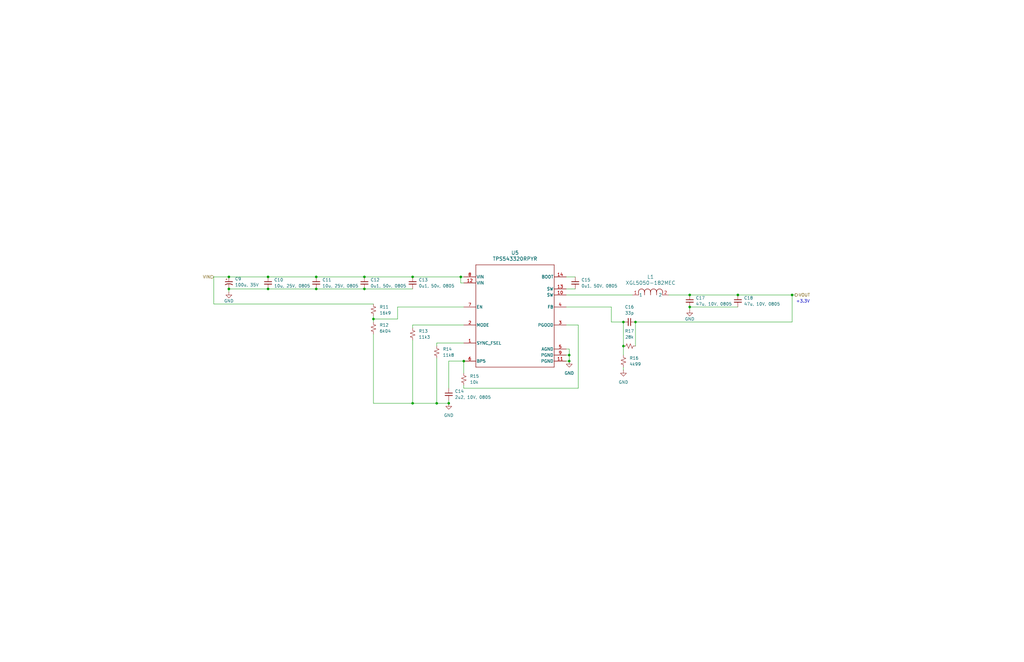
<source format=kicad_sch>
(kicad_sch (version 20250114) (generator "eeschema") (generator_version "9.0")
  (paper "USLedger")
  (title_block (title "HEDGE2 OBC") (date "2025-06-27") (rev "V0.8") (company "University of Virginia") (comment 1 "Department of Mechanical and Aerospace Engineering"))
  (lib_symbols
    (symbol "Device:C_Polarized_Small_US" (pin_numbers (hide yes)) (pin_names (offset 0.254) (hide yes))
      (property "Reference" "C" (at 0.254 1.778 0))
      (property "Value" "C_Polarized_Small_US" (at 0.254 -2.032 0))
      (symbol "C_Polarized_Small_US_0_1"
        (polyline (pts (xy -1.524 0.508) (xy 1.524 0.508)) (stroke (width 0.3048)))
        (polyline (pts (xy -1.27 1.524) (xy -0.762 1.524)))
        (polyline (pts (xy -1.016 1.27) (xy -1.016 1.778)))
        (arc (start -1.524 -0.762) (mid 0 -0.3734) (end 1.524 -0.762) (stroke (width 0.3048)))
      )
      (symbol "C_Polarized_Small_US_1_1"
        (pin passive line (at 0 2.54 270) (length 2.032) (name "~") (number "1"))
        (pin passive line (at 0 -2.54 90) (length 2.032) (name "~") (number "2"))
      )
    )
    (symbol "Device:C_Small" (pin_numbers (hide yes)) (pin_names (offset 0.254) (hide yes))
      (property "Reference" "C" (at 0.254 1.778 0))
      (property "Value" "C_Small" (at 0.254 -2.032 0))
      (symbol "C_Small_0_1"
        (polyline (pts (xy -1.524 0.508) (xy 1.524 0.508)) (stroke (width 0.3048)))
        (polyline (pts (xy -1.524 -0.508) (xy 1.524 -0.508)) (stroke (width 0.3302)))
      )
      (symbol "C_Small_1_1"
        (pin passive line (at 0 2.54 270) (length 2.032) (name "~") (number "1"))
        (pin passive line (at 0 -2.54 90) (length 2.032) (name "~") (number "2"))
      )
    )
    (symbol "Device:R_Small_US" (pin_numbers (hide yes)) (pin_names (offset 0.254) (hide yes))
      (property "Reference" "R" (at 0.762 0.508 0))
      (property "Value" "R_Small_US" (at 0.762 -1.016 0))
      (symbol "R_Small_US_1_1"
        (polyline (pts (xy 0 1.524) (xy 1.016 1.143) (xy 0 0.762) (xy -1.016 0.381) (xy 0 0)))
        (polyline (pts (xy 0 0) (xy 1.016 -0.381) (xy 0 -0.762) (xy -1.016 -1.143) (xy 0 -1.524)))
        (pin passive line (at 0 2.54 270) (length 1.016) (name "~") (number "1"))
        (pin passive line (at 0 -2.54 90) (length 1.016) (name "~") (number "2"))
      )
    )
    (symbol "TPS543320:TPS543320RPYR" (pin_names (offset 0.254))
      (property "Reference" "U" (at 0 2.54 0))
      (property "Value" "TPS543320RPYR" (at 0 0 0))
      (symbol "TPS543320RPYR_0_1"
        (polyline (pts (xy 5.08 5.08) (xy 5.08 -38.1)) (stroke (width 0.2032)))
        (polyline (pts (xy 5.08 -38.1) (xy 38.1 -38.1)) (stroke (width 0.2032)))
        (polyline (pts (xy 38.1 5.08) (xy 5.08 5.08)) (stroke (width 0.2032)))
        (polyline (pts (xy 38.1 -38.1) (xy 38.1 5.08)) (stroke (width 0.2032)))
        (pin power_in line (at 0 0 0) (length 5.08) (name "VIN") (number "8"))
        (pin power_in line (at 0 -2.54 0) (length 5.08) (name "VIN") (number "12"))
        (pin input line (at 0 -12.7 0) (length 5.08) (name "EN") (number "7"))
        (pin unspecified line (at 0 -20.32 0) (length 5.08) (name "MODE") (number "2"))
        (pin unspecified line (at 0 -27.94 0) (length 5.08) (name "SYNC_FSEL") (number "1"))
        (pin unspecified line (at 0 -35.56 0) (length 5.08) (name "BP5") (number "6"))
        (pin unspecified line (at 43.18 0 180) (length 5.08) (name "BOOT") (number "14"))
        (pin unspecified line (at 43.18 -5.08 180) (length 5.08) (name "SW") (number "13"))
        (pin unspecified line (at 43.18 -7.62 180) (length 5.08) (name "SW") (number "10"))
        (pin unspecified line (at 43.18 -12.7 180) (length 5.08) (name "FB") (number "4"))
        (pin open_collector line (at 43.18 -20.32 180) (length 5.08) (name "PGOOD") (number "3"))
        (pin power_in line (at 43.18 -30.48 180) (length 5.08) (name "AGND") (number "5"))
        (pin power_in line (at 43.18 -33.02 180) (length 5.08) (name "PGND") (number "9"))
        (pin power_in line (at 43.18 -35.56 180) (length 5.08) (name "PGND") (number "11"))
      )
    )
    (symbol "XGL5050-182MEC:XGL5050-182MEC" (pin_names (offset 0.254))
      (property "Reference" "L" (at 6.985 5.08 0))
      (property "Value" "XGL5050-182MEC" (at 6.985 -2.54 0))
      (symbol "XGL5050-182MEC_1_1"
        (polyline (pts (xy 2.54 0) (xy 2.54 1.27)) (stroke (width 0.2032)))
        (arc (start 2.54 1.27) (mid 3.81 2.5344) (end 5.08 1.27) (stroke (width 0.2032)))
        (polyline (pts (xy 5.08 0) (xy 5.08 1.27)) (stroke (width 0.2032)))
        (arc (start 5.08 1.27) (mid 6.35 2.5344) (end 7.62 1.27) (stroke (width 0.2032)))
        (polyline (pts (xy 7.62 0) (xy 7.62 1.27)) (stroke (width 0.2032)))
        (arc (start 7.62 1.27) (mid 8.89 2.5344) (end 10.16 1.27) (stroke (width 0.2032)))
        (polyline (pts (xy 10.16 0) (xy 10.16 1.27)) (stroke (width 0.2032)))
        (arc (start 10.16 1.27) (mid 11.43 2.5344) (end 12.7 1.27) (stroke (width 0.2032)))
        (polyline (pts (xy 12.7 0) (xy 12.7 1.27)) (stroke (width 0.2032)))
        (pin unspecified line (at 0 0 0) (length 2.54) (name "2") (number "2"))
        (pin unspecified line (at 15.24 0 180) (length 2.54) (name "1") (number "1"))
      )
      (symbol "XGL5050-182MEC_1_2"
        (arc (start -1.27 10.16) (mid -2.5344 11.43) (end -1.27 12.7) (stroke (width 0.2032)))
        (arc (start -1.27 7.62) (mid -2.5344 8.89) (end -1.27 10.16) (stroke (width 0.2032)))
        (arc (start -1.27 5.08) (mid -2.5344 6.35) (end -1.27 7.62) (stroke (width 0.2032)))
        (arc (start -1.27 2.54) (mid -2.5344 3.81) (end -1.27 5.08) (stroke (width 0.2032)))
        (polyline (pts (xy 0 12.7) (xy -1.27 12.7)) (stroke (width 0.2032)))
        (polyline (pts (xy 0 10.16) (xy -1.27 10.16)) (stroke (width 0.2032)))
        (polyline (pts (xy 0 7.62) (xy -1.27 7.62)) (stroke (width 0.2032)))
        (polyline (pts (xy 0 5.08) (xy -1.27 5.08)) (stroke (width 0.2032)))
        (polyline (pts (xy 0 2.54) (xy -1.27 2.54)) (stroke (width 0.2032)))
        (pin unspecified line (at 0 15.24 270) (length 2.54) (name "1") (number "1"))
        (pin unspecified line (at 0 0 90) (length 2.54) (name "2") (number "2"))
      )
    )
    (symbol "power:GND" (power) (pin_numbers (hide yes)) (pin_names (offset 0) (hide yes))
      (property "Value" "GND" (at 0 -3.81 0))
      (symbol "GND_0_1"
        (polyline (pts (xy 0 0) (xy 0 -1.27) (xy 1.27 -1.27) (xy 0 -2.54) (xy -1.27 -1.27) (xy 0 -1.27)))
      )
      (symbol "GND_1_1"
        (pin power_in line (at 0 0 270) (length 0) (name "~") (number "1"))
      )
    )
  )
  (text "+3.3V" (at 338.582 127.254 0) (effects (font (size 1.27 1.27))))
  (junction (at 262.89 146.05))
  (junction (at 290.83 129.54))
  (junction (at 96.52 116.84))
  (junction (at 240.03 149.86))
  (junction (at 334.01 124.46))
  (junction (at 195.58 152.4))
  (junction (at 184.15 170.18))
  (junction (at 173.99 170.18))
  (junction (at 173.99 116.84))
  (junction (at 113.03 116.84))
  (junction (at 153.67 121.92))
  (junction (at 311.15 124.46))
  (junction (at 133.35 116.84))
  (junction (at 194.31 116.84))
  (junction (at 290.83 124.46))
  (junction (at 189.23 170.18))
  (junction (at 96.52 121.92))
  (junction (at 113.03 121.92))
  (junction (at 157.48 134.62))
  (junction (at 240.03 152.4))
  (junction (at 153.67 116.84))
  (junction (at 133.35 121.92))
  (junction (at 267.97 135.89))
  (junction (at 262.89 135.89))
  (wire (pts (xy 113.03 116.84) (xy 133.35 116.84)))
  (wire (pts (xy 290.83 129.54) (xy 290.83 130.81)))
  (wire (pts (xy 96.52 121.92) (xy 113.03 121.92)))
  (wire (pts (xy 194.31 116.84) (xy 195.58 116.84)))
  (wire (pts (xy 257.81 129.54) (xy 257.81 135.89)))
  (wire (pts (xy 238.76 121.92) (xy 242.57 121.92)))
  (wire (pts (xy 238.76 149.86) (xy 240.03 149.86)))
  (wire (pts (xy 167.64 129.54) (xy 167.64 134.62)))
  (wire (pts (xy 157.48 128.27) (xy 90.17 128.27)))
  (wire (pts (xy 281.94 124.46) (xy 290.83 124.46)))
  (wire (pts (xy 184.15 151.13) (xy 184.15 170.18)))
  (wire (pts (xy 243.84 137.16) (xy 238.76 137.16)))
  (wire (pts (xy 195.58 152.4) (xy 195.58 157.48)))
  (wire (pts (xy 173.99 138.43) (xy 173.99 137.16)))
  (wire (pts (xy 240.03 147.32) (xy 240.03 149.86)))
  (wire (pts (xy 238.76 147.32) (xy 240.03 147.32)))
  (wire (pts (xy 90.17 116.84) (xy 96.52 116.84)))
  (wire (pts (xy 184.15 144.78) (xy 195.58 144.78)))
  (wire (pts (xy 238.76 129.54) (xy 257.81 129.54)))
  (wire (pts (xy 184.15 170.18) (xy 189.23 170.18)))
  (wire (pts (xy 133.35 121.92) (xy 153.67 121.92)))
  (wire (pts (xy 173.99 137.16) (xy 195.58 137.16)))
  (wire (pts (xy 334.01 135.89) (xy 334.01 124.46)))
  (wire (pts (xy 238.76 124.46) (xy 266.7 124.46)))
  (wire (pts (xy 153.67 121.92) (xy 173.99 121.92)))
  (wire (pts (xy 167.64 134.62) (xy 157.48 134.62)))
  (wire (pts (xy 257.81 135.89) (xy 262.89 135.89)))
  (wire (pts (xy 153.67 116.84) (xy 173.99 116.84)))
  (wire (pts (xy 267.97 135.89) (xy 267.97 146.05)))
  (wire (pts (xy 262.89 146.05) (xy 262.89 149.86)))
  (wire (pts (xy 334.01 124.46) (xy 311.15 124.46)))
  (wire (pts (xy 195.58 162.56) (xy 195.58 163.83)))
  (wire (pts (xy 194.31 119.38) (xy 194.31 116.84)))
  (wire (pts (xy 157.48 140.97) (xy 157.48 170.18)))
  (wire (pts (xy 262.89 135.89) (xy 262.89 146.05)))
  (wire (pts (xy 173.99 170.18) (xy 184.15 170.18)))
  (wire (pts (xy 189.23 163.83) (xy 189.23 152.4)))
  (wire (pts (xy 184.15 146.05) (xy 184.15 144.78)))
  (wire (pts (xy 243.84 163.83) (xy 243.84 137.16)))
  (wire (pts (xy 267.97 135.89) (xy 334.01 135.89)))
  (wire (pts (xy 290.83 129.54) (xy 311.15 129.54)))
  (wire (pts (xy 157.48 133.35) (xy 157.48 134.62)))
  (wire (pts (xy 262.89 154.94) (xy 262.89 156.21)))
  (wire (pts (xy 195.58 129.54) (xy 167.64 129.54)))
  (wire (pts (xy 173.99 116.84) (xy 194.31 116.84)))
  (wire (pts (xy 189.23 152.4) (xy 195.58 152.4)))
  (wire (pts (xy 195.58 163.83) (xy 243.84 163.83)))
  (wire (pts (xy 133.35 116.84) (xy 153.67 116.84)))
  (wire (pts (xy 238.76 116.84) (xy 242.57 116.84)))
  (wire (pts (xy 334.01 124.46) (xy 335.28 124.46)))
  (wire (pts (xy 189.23 168.91) (xy 189.23 170.18)))
  (wire (pts (xy 90.17 128.27) (xy 90.17 116.84)))
  (wire (pts (xy 96.52 121.92) (xy 96.52 123.19)))
  (wire (pts (xy 195.58 119.38) (xy 194.31 119.38)))
  (wire (pts (xy 173.99 143.51) (xy 173.99 170.18)))
  (wire (pts (xy 240.03 149.86) (xy 240.03 152.4)))
  (wire (pts (xy 157.48 134.62) (xy 157.48 135.89)))
  (wire (pts (xy 157.48 170.18) (xy 173.99 170.18)))
  (wire (pts (xy 290.83 124.46) (xy 311.15 124.46)))
  (wire (pts (xy 113.03 121.92) (xy 133.35 121.92)))
  (wire (pts (xy 96.52 116.84) (xy 113.03 116.84)))
  (wire (pts (xy 238.76 152.4) (xy 240.03 152.4)))
  (hierarchical_label "VOUT" (shape output) (at 335.28 124.46 0))
  (hierarchical_label "VIN" (shape input) (at 90.17 116.84 180))
  (symbol (lib_id "Device:C_Polarized_Small_US") (at 96.52 119.38 0) (unit 1)
    (property "Reference" "C9" (at 99.06 117.6781 0) (effects (justify left)))
    (property "Value" "100u, 35V" (at 99.06 120.2181 0) (effects (justify left)))
    (property "Footprint" "Capacitor_SMD:C_0805_2012Metric" (effects (hide yes)))
    (property "Description" "Polarized capacitor, small US symbol" (effects (hide yes)))
    (property "DigiKey Part Number" "399-C0805X104K5RAC7210CT-ND" (effects (hide yes)))
  )
  (symbol (lib_id "Device:R_Small_US") (at 184.15 148.59 0) (unit 1)
    (property "Reference" "R14" (at 186.69 147.3199 0) (effects (justify left)))
    (property "Value" "11k8" (at 186.69 149.8599 0) (effects (justify left)))
    (property "Footprint" "Resistor_SMD:R_0805_2012Metric" (effects (hide yes)))
    (property "Description" "Resistor, small US symbol" (effects (hide yes)))
    (property "DigiKey Part Number" "RMCF0805FT11K8CT-ND" (effects (hide yes)))
  )
  (symbol (lib_id "power:GND") (at 189.23 170.18 0) (unit 1)
    (property "Reference" "#PWR074" (effects (hide yes)))
    (property "Value" "GND" (at 189.23 175.26 0))
    (property "Description" "Power symbol creates a global label with name \"GND\" , ground" (effects (hide yes)))
  )
  (symbol (lib_id "power:GND") (at 262.89 156.21 0) (unit 1)
    (property "Reference" "#PWR076" (effects (hide yes)))
    (property "Value" "GND" (at 262.89 161.29 0))
    (property "Description" "Power symbol creates a global label with name \"GND\" , ground" (effects (hide yes)))
  )
  (symbol (lib_id "Device:R_Small_US") (at 157.48 138.43 0) (unit 1)
    (property "Reference" "R12" (at 160.02 137.1599 0) (effects (justify left)))
    (property "Value" "6k04" (at 160.02 139.6999 0) (effects (justify left)))
    (property "Footprint" "Resistor_SMD:R_0805_2012Metric" (effects (hide yes)))
    (property "Description" "Resistor, small US symbol" (effects (hide yes)))
    (property "DigiKey Part Number" "RMCF0805FT6K04CT-ND" (effects (hide yes)))
  )
  (symbol (lib_id "power:GND") (at 96.52 123.19 0) (unit 1)
    (property "Reference" "#PWR073" (effects (hide yes)))
    (property "Value" "GND" (at 96.52 127 0))
    (property "Description" "Power symbol creates a global label with name \"GND\" , ground" (effects (hide yes)))
  )
  (symbol (lib_id "Device:R_Small_US") (at 173.99 140.97 0) (unit 1)
    (property "Reference" "R13" (at 176.53 139.6999 0) (effects (justify left)))
    (property "Value" "11k3" (at 176.53 142.2399 0) (effects (justify left)))
    (property "Footprint" "Resistor_SMD:R_0805_2012Metric" (effects (hide yes)))
    (property "Description" "Resistor, small US symbol" (effects (hide yes)))
    (property "DigiKey Part Number" "311-11.3KCRCT-ND" (effects (hide yes)))
  )
  (symbol (lib_id "Device:C_Small") (at 290.83 127 0) (unit 1)
    (property "Reference" "C17" (at 293.37 125.7362 0) (effects (justify left)))
    (property "Value" "47u, 10V, 0805" (at 293.37 128.2762 0) (effects (justify left)))
    (property "Footprint" "Capacitor_SMD:C_0805_2012Metric" (effects (hide yes)))
    (property "Description" "Unpolarized capacitor, small symbol" (effects (hide yes)))
    (property "DigiKey Part Number" "490-9961-1-ND" (effects (hide yes)))
  )
  (symbol (lib_id "Device:C_Small") (at 242.57 119.38 0) (unit 1)
    (property "Reference" "C15" (at 245.11 118.1162 0) (effects (justify left)))
    (property "Value" "0u1, 50V, 0805" (at 245.11 120.6562 0) (effects (justify left)))
    (property "Footprint" "Capacitor_SMD:C_0805_2012Metric" (effects (hide yes)))
    (property "Description" "Unpolarized capacitor, small symbol" (effects (hide yes)))
    (property "DigiKey Part Number" "399-C0805C104K5RACTUCT-ND" (effects (hide yes)))
  )
  (symbol (lib_id "Device:R_Small_US") (at 157.48 130.81 0) (unit 1)
    (property "Reference" "R11" (at 160.02 129.5399 0) (effects (justify left)))
    (property "Value" "16k9" (at 160.02 132.0799 0) (effects (justify left)))
    (property "Footprint" "Resistor_SMD:R_0805_2012Metric" (effects (hide yes)))
    (property "Description" "Resistor, small US symbol" (effects (hide yes)))
    (property "DigiKey Part Number" "311-16.9KCRCT-ND" (effects (hide yes)))
  )
  (symbol (lib_id "Device:C_Small") (at 189.23 166.37 0) (unit 1)
    (property "Reference" "C14" (at 191.77 165.1062 0) (effects (justify left)))
    (property "Value" "2u2, 10V, 0805" (at 191.77 167.6462 0) (effects (justify left)))
    (property "Footprint" "Capacitor_SMD:C_0805_2012Metric" (effects (hide yes)))
    (property "Description" "Unpolarized capacitor, small symbol" (effects (hide yes)))
    (property "DigiKey Part Number" "1276-CL21B225KPFVPNECT-ND" (effects (hide yes)))
  )
  (symbol (lib_id "Device:C_Small") (at 173.99 119.38 0) (unit 1)
    (property "Reference" "C13" (at 176.53 118.1162 0) (effects (justify left)))
    (property "Value" "0u1, 50v, 0805" (at 176.53 120.6562 0) (effects (justify left)))
    (property "Footprint" "Capacitor_SMD:C_0805_2012Metric" (effects (hide yes)))
    (property "Description" "Unpolarized capacitor, small symbol" (effects (hide yes)))
    (property "DigiKey Part Number" "399-C0805C104K5RACTUCT-ND" (effects (hide yes)))
  )
  (symbol (lib_id "Device:R_Small_US") (at 265.43 146.05 90) (unit 1)
    (property "Reference" "R17" (at 265.43 139.7 90))
    (property "Value" "28k" (at 265.43 142.24 90))
    (property "Footprint" "Resistor_SMD:R_0805_2012Metric" (effects (hide yes)))
    (property "Description" "Resistor, small US symbol" (effects (hide yes)))
    (property "DigiKey Part Number" "311-28.0KCRCT-ND" (effects (hide yes)))
  )
  (symbol (lib_id "Device:R_Small_US") (at 262.89 152.4 180) (unit 1)
    (property "Reference" "R16" (at 265.43 151.1299 0) (effects (justify right)))
    (property "Value" "4k99" (at 265.43 153.6699 0) (effects (justify right)))
    (property "Footprint" "Resistor_SMD:R_0805_2012Metric" (effects (hide yes)))
    (property "Description" "Resistor, small US symbol" (effects (hide yes)))
    (property "DigiKey Part Number" "TNP4.99KABCT-ND" (effects (hide yes)))
  )
  (symbol (lib_id "TPS543320:TPS543320RPYR") (at 195.58 116.84 0) (unit 1)
    (property "Reference" "U5" (at 217.17 106.68 0) (effects (font (size 1.524 1.524))))
    (property "Value" "TPS543320RPYR" (at 217.17 109.22 0) (effects (font (size 1.524 1.524))))
    (property "Footprint" "TPS543320RPYR:RPY0014A-MFG" (effects (hide yes)))
    (property "DigiKey Part Number" "296-TPS543320RPYRCT-ND" (effects (hide yes)))
  )
  (symbol (lib_id "power:GND") (at 290.83 130.81 0) (unit 1)
    (property "Reference" "#PWR077" (effects (hide yes)))
    (property "Value" "GND" (at 290.83 134.62 0))
    (property "Description" "Power symbol creates a global label with name \"GND\" , ground" (effects (hide yes)))
  )
  (symbol (lib_id "Device:C_Small") (at 113.03 119.38 0) (unit 1)
    (property "Reference" "C10" (at 115.57 118.1162 0) (effects (justify left)))
    (property "Value" "10u, 25V, 0805" (at 115.57 120.6562 0) (effects (justify left)))
    (property "Footprint" "Capacitor_SMD:C_0805_2012Metric" (effects (hide yes)))
    (property "Description" "Unpolarized capacitor, small symbol" (effects (hide yes)))
    (property "DigiKey Part Number" "490-GRM21BZ71E106KE15KCT-ND" (effects (hide yes)))
  )
  (symbol (lib_id "Device:C_Small") (at 265.43 135.89 270) (unit 1)
    (property "Reference" "C16" (at 265.4236 129.54 90))
    (property "Value" "33p" (at 265.4236 132.08 90))
    (property "Footprint" "Capacitor_SMD:C_0805_2012Metric" (effects (hide yes)))
    (property "Description" "Unpolarized capacitor, small symbol" (effects (hide yes)))
    (property "DigiKey Part Number" "490-14776-1-ND" (effects (hide yes)))
  )
  (symbol (lib_id "XGL5050-182MEC:XGL5050-182MEC") (at 281.94 124.46 0) (mirror y) (unit 1)
    (property "Reference" "L1" (at 274.32 116.84 0) (effects (font (size 1.524 1.524))))
    (property "Value" "XGL5050-182MEC" (at 274.32 119.38 0) (effects (font (size 1.524 1.524))))
    (property "Footprint" "XGL5050-182MEC:IND_XGL5050_COC" (effects (hide yes)))
    (property "DigiKey Part Number" "2457-XGL5050-182MEC-ND" (effects (hide yes)))
  )
  (symbol (lib_id "Device:C_Small") (at 153.67 119.38 0) (unit 1)
    (property "Reference" "C12" (at 156.21 118.1162 0) (effects (justify left)))
    (property "Value" "0u1, 50v, 0805" (at 156.21 120.6562 0) (effects (justify left)))
    (property "Footprint" "Capacitor_SMD:C_0805_2012Metric" (effects (hide yes)))
    (property "Description" "Unpolarized capacitor, small symbol" (effects (hide yes)))
    (property "DigiKey Part Number" "399-C0805C104K5RACTUCT-ND" (effects (hide yes)))
  )
  (symbol (lib_id "Device:C_Small") (at 133.35 119.38 0) (unit 1)
    (property "Reference" "C11" (at 135.89 118.1162 0) (effects (justify left)))
    (property "Value" "10u, 25V, 0805" (at 135.89 120.6562 0) (effects (justify left)))
    (property "Footprint" "Capacitor_SMD:C_0805_2012Metric" (effects (hide yes)))
    (property "Description" "Unpolarized capacitor, small symbol" (effects (hide yes)))
    (property "DigiKey Part Number" "490-GRM21BZ71E106KE15KCT-ND" (effects (hide yes)))
  )
  (symbol (lib_id "Device:R_Small_US") (at 195.58 160.02 0) (unit 1)
    (property "Reference" "R15" (at 198.12 158.7499 0) (effects (justify left)))
    (property "Value" "10k" (at 198.12 161.2899 0) (effects (justify left)))
    (property "Footprint" "Resistor_SMD:R_0805_2012Metric" (effects (hide yes)))
    (property "Description" "Resistor, small US symbol" (effects (hide yes)))
    (property "DigiKey Part Number" "541-10.0KCCT-ND" (effects (hide yes)))
  )
  (symbol (lib_id "Device:C_Small") (at 311.15 127 0) (unit 1)
    (property "Reference" "C18" (at 313.69 125.7362 0) (effects (justify left)))
    (property "Value" "47u, 10V, 0805" (at 313.69 128.2762 0) (effects (justify left)))
    (property "Footprint" "Capacitor_SMD:C_0805_2012Metric" (effects (hide yes)))
    (property "Description" "Unpolarized capacitor, small symbol" (effects (hide yes)))
    (property "DigiKey Part Number" "490-9961-1-ND" (effects (hide yes)))
  )
  (symbol (lib_id "power:GND") (at 240.03 152.4 0) (unit 1)
    (property "Reference" "#PWR075" (effects (hide yes)))
    (property "Value" "GND" (at 240.03 157.48 0))
    (property "Description" "Power symbol creates a global label with name \"GND\" , ground" (effects (hide yes)))
  )
)
</source>
